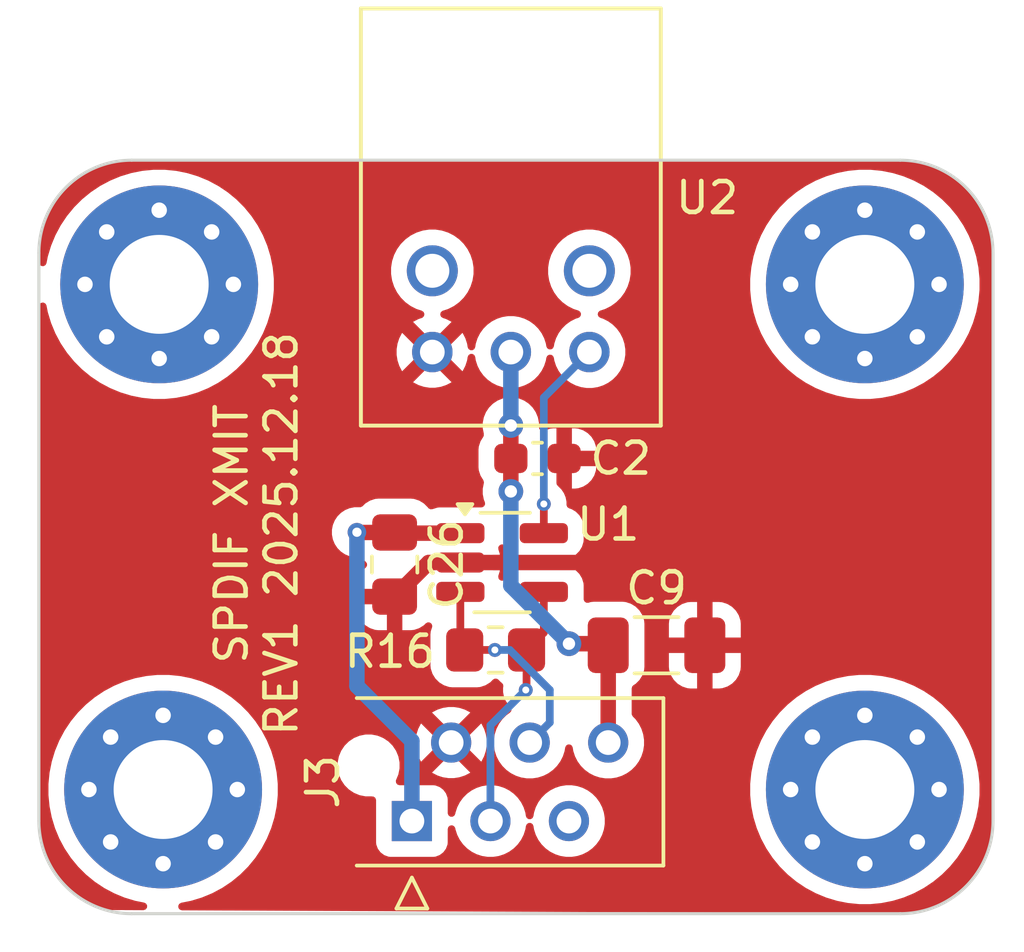
<source format=kicad_pcb>
(kicad_pcb (version 20241229) (generator "pcbnew") (generator_version "9.0")
  (layers (0 "F.Cu" signal) (2 "B.Cu" signal) (13 "F.Paste" user) (15 "B.Paste" user) (5 "F.SilkS" user "F.Silkscreen") (7 "B.SilkS" user "B.Silkscreen") (1 "F.Mask" user) (3 "B.Mask" user) (25 "Edge.Cuts" user))
  (net 0 "")
  (net 1 "GND")
  (net 2 "+5V")
  (net 3 "+3V3")
  (net 4 "/SPDIF+")
  (net 5 "/SPDIF-")
  (net 7 "Net-(U1-ROUT)")
  (footprint "Package_TO_SOT_SMD:SOT-23-5_HandSoldering" (layer "F.Cu") (at 154.0472 127.066)
    (property "Reference" "U1" (at 3.4328 -1.2344 0) (layer "F.SilkS"))
    (property "Value" "FIN1002")
    (fp_line (start -0.9 1.61) (end 0.9 1.61) (stroke (width 0.12)) (layer "F.SilkS"))
    (fp_line (start 0.1 -1.61) (end -0.7 -1.61) (stroke (width 0.12)) (layer "F.SilkS"))
    (fp_line (start 0.1 -1.61) (end 0.9 -1.61) (stroke (width 0.12)) (layer "F.SilkS"))
    (fp_poly (pts (xy -1.2 -1.56) (xy -1.44 -1.89) (xy -0.96 -1.89) (xy -1.2 -1.56)) (stroke (width 0.12)) (fill yes) (layer "F.SilkS"))
    (pad "1" smd roundrect (at -1.35 -0.95) (size 1.56 0.65) (layers "F.Cu" "F.Mask" "F.Paste") (net 3 "+3V3"))
    (pad "2" smd roundrect (at -1.35 0) (size 1.56 0.65) (layers "F.Cu" "F.Mask" "F.Paste") (net 1 "GND"))
    (pad "3" smd roundrect (at -1.35 0.95) (size 1.56 0.65) (layers "F.Cu" "F.Mask" "F.Paste") (net 4 "/SPDIF+"))
    (pad "4" smd roundrect (at 1.35 0.95) (size 1.56 0.65) (layers "F.Cu" "F.Mask" "F.Paste") (net 5 "/SPDIF-"))
    (pad "5" smd roundrect (at 1.35 -0.95) (size 1.56 0.65) (layers "F.Cu" "F.Mask" "F.Paste") (net 7 "Net-(U1-ROUT)"))
  )
  (footprint "Connector_TE-Connectivity:TE_Micro-MaTch_215079-6_2x03_P1.27mm_Vertical" (layer "F.Cu") (at 151.13 135.4328 90)
    (property "Reference" "J3" (at 1.27 -2.88 90) (layer "F.SilkS"))
    (property "Value" "TE MicroMatch")
    (fp_line (start -1.44 -1.785) (end -1.44 8.135) (stroke (width 0.12)) (layer "F.SilkS"))
    (fp_line (start -2.83 -0.5) (end -1.83 0) (stroke (width 0.12)) (layer "F.SilkS"))
    (fp_line (start -1.83 0) (end -2.83 0.5) (stroke (width 0.12)) (layer "F.SilkS"))
    (fp_line (start -2.83 0.5) (end -2.83 -0.5) (stroke (width 0.12)) (layer "F.SilkS"))
    (fp_line (start 3.98 8.135) (end 3.98 -1.785) (stroke (width 0.12)) (layer "F.SilkS"))
    (fp_line (start -1.44 8.135) (end 3.98 8.135) (stroke (width 0.12)) (layer "F.SilkS"))
    (pad "" np_thru_hole circle (at 1.8 -1.4 90) (size 1.5 1.5) (drill 1.5) (layers "*.Cu" "*.Mask"))
    (pad "1" thru_hole rect (at 0 0 90) (size 1.3 1.3) (drill 0.8) (layers "*.Cu" "*.Mask") (net 3 "+3V3"))
    (pad "2" thru_hole circle (at 2.54 1.27 90) (size 1.3 1.3) (drill 0.8) (layers "*.Cu" "*.Mask") (net 1 "GND"))
    (pad "3" thru_hole circle (at 0 2.54 90) (size 1.3 1.3) (drill 0.8) (layers "*.Cu" "*.Mask") (net 5 "/SPDIF-"))
    (pad "4" thru_hole circle (at 2.54 3.81 90) (size 1.3 1.3) (drill 0.8) (layers "*.Cu" "*.Mask") (net 4 "/SPDIF+"))
    (pad "5" thru_hole circle (at 0 5.08 90) (size 1.3 1.3) (drill 0.8) (layers "*.Cu" "*.Mask"))
    (pad "6" thru_hole circle (at 2.54 6.35 90) (size 1.3 1.3) (drill 0.8) (layers "*.Cu" "*.Mask") (net 2 "+5V"))
  )
  (footprint "kicad-snk:PLR135-T10_PLT133-T10W" (layer "F.Cu") (at 154.3304 117.6248)
    (property "Reference" "U2" (at 6.35 -2.3596 0) (layer "F.SilkS"))
    (property "Value" "PLT237/T10WH")
    (fp_line (start -4.85 -8.49) (end -4.85 5.01) (stroke (width 0.127)) (layer "F.SilkS"))
    (fp_line (start 4.85 -8.49) (end -4.85 -8.49) (stroke (width 0.127)) (layer "F.SilkS"))
    (fp_line (start 4.85 -8.49) (end 4.85 5.01) (stroke (width 0.127)) (layer "F.SilkS"))
    (fp_line (start 4.85 5.01) (end -4.85 5.01) (stroke (width 0.127)) (layer "F.SilkS"))
    (pad "1" thru_hole circle (at 2.54 2.63) (size 1.308 1.308) (drill 0.8) (layers "*.Cu" "*.Mask") (net 7 "Net-(U1-ROUT)"))
    (pad "2" thru_hole circle (at 0 2.63) (size 1.308 1.308) (drill 0.8) (layers "*.Cu" "*.Mask") (net 2 "+5V"))
    (pad "3" thru_hole circle (at -2.54 2.63) (size 1.308 1.308) (drill 0.8) (layers "*.Cu" "*.Mask") (net 1 "GND"))
    (pad "NC1" thru_hole circle (at 2.54 0) (size 1.65 1.65) (drill 1.1) (layers "*.Cu" "*.Mask"))
    (pad "NC2" thru_hole circle (at -2.54 0) (size 1.65 1.65) (drill 1.1) (layers "*.Cu" "*.Mask"))
  )
  (footprint "Capacitor_SMD:C_0603_1608Metric_Pad1.08x0.95mm_HandSolder" (layer "F.Cu") (at 155.1929 123.698)
    (property "Reference" "C2" (at 2.6935 0 0) (layer "F.SilkS"))
    (property "Value" "1uF/25V")
    (fp_line (start -0.146267 -0.51) (end 0.146267 -0.51) (stroke (width 0.12)) (layer "F.SilkS"))
    (fp_line (start -0.146267 0.51) (end 0.146267 0.51) (stroke (width 0.12)) (layer "F.SilkS"))
    (pad "1" smd roundrect (at -0.8625 0) (size 1.075 0.95) (layers "F.Cu" "F.Mask" "F.Paste") (net 2 "+5V"))
    (pad "2" smd roundrect (at 0.8625 0) (size 1.075 0.95) (layers "F.Cu" "F.Mask" "F.Paste") (net 1 "GND"))
  )
  (footprint "MountingHole:MountingHole_3.2mm_M3_Pad_Via" (layer "F.Cu") (at 143.082944 134.412056)
    (property "Reference" "H3" (hide yes))
    (property "Value" "MountingHole")
    (pad "1" thru_hole circle (at -2.4 0) (size 0.8 0.8) (drill 0.5) (layers "*.Cu" "*.Mask"))
    (pad "1" thru_hole circle (at -1.697056 -1.697056) (size 0.8 0.8) (drill 0.5) (layers "*.Cu" "*.Mask"))
    (pad "1" thru_hole circle (at -1.697056 1.697056) (size 0.8 0.8) (drill 0.5) (layers "*.Cu" "*.Mask"))
    (pad "1" thru_hole circle (at 0 -2.4) (size 0.8 0.8) (drill 0.5) (layers "*.Cu" "*.Mask"))
    (pad "1" thru_hole circle (at 0 0) (size 6.4 6.4) (drill 3.2) (layers "*.Cu" "*.Mask"))
    (pad "1" thru_hole circle (at 0 2.4) (size 0.8 0.8) (drill 0.5) (layers "*.Cu" "*.Mask"))
    (pad "1" thru_hole circle (at 1.697056 -1.697056) (size 0.8 0.8) (drill 0.5) (layers "*.Cu" "*.Mask"))
    (pad "1" thru_hole circle (at 1.697056 1.697056) (size 0.8 0.8) (drill 0.5) (layers "*.Cu" "*.Mask"))
    (pad "1" thru_hole circle (at 2.4 0) (size 0.8 0.8) (drill 0.5) (layers "*.Cu" "*.Mask"))
  )
  (footprint "Resistor_SMD:R_0805_2012Metric_Pad1.20x1.40mm_HandSolder" (layer "F.Cu") (at 153.8384 129.8956 180)
    (property "Reference" "R16" (at 3.4196 -0.0508 0) (layer "F.SilkS"))
    (property "Value" "100R")
    (fp_line (start -0.227064 0.735) (end 0.227064 0.735) (stroke (width 0.12)) (layer "F.SilkS"))
    (fp_line (start -0.227064 -0.735) (end 0.227064 -0.735) (stroke (width 0.12)) (layer "F.SilkS"))
    (pad "1" smd roundrect (at -1 0 180) (size 1.2 1.4) (layers "F.Cu" "F.Mask" "F.Paste") (roundrect_rratio 0.208333) (net 5 "/SPDIF-"))
    (pad "2" smd roundrect (at 1 0 180) (size 1.2 1.4) (layers "F.Cu" "F.Mask" "F.Paste") (roundrect_rratio 0.208333) (net 4 "/SPDIF+"))
  )
  (footprint "MountingHole:MountingHole_3.2mm_M3_Pad_Via" (layer "F.Cu") (at 165.781056 118.063944)
    (property "Reference" "H2" (hide yes))
    (property "Value" "MountingHole")
    (pad "1" thru_hole circle (at -2.4 0) (size 0.8 0.8) (drill 0.5) (layers "*.Cu" "*.Mask"))
    (pad "1" thru_hole circle (at -1.697056 -1.697056) (size 0.8 0.8) (drill 0.5) (layers "*.Cu" "*.Mask"))
    (pad "1" thru_hole circle (at -1.697056 1.697056) (size 0.8 0.8) (drill 0.5) (layers "*.Cu" "*.Mask"))
    (pad "1" thru_hole circle (at 0 -2.4) (size 0.8 0.8) (drill 0.5) (layers "*.Cu" "*.Mask"))
    (pad "1" thru_hole circle (at 0 0) (size 6.4 6.4) (drill 3.2) (layers "*.Cu" "*.Mask"))
    (pad "1" thru_hole circle (at 0 2.4) (size 0.8 0.8) (drill 0.5) (layers "*.Cu" "*.Mask"))
    (pad "1" thru_hole circle (at 1.697056 -1.697056) (size 0.8 0.8) (drill 0.5) (layers "*.Cu" "*.Mask"))
    (pad "1" thru_hole circle (at 1.697056 1.697056) (size 0.8 0.8) (drill 0.5) (layers "*.Cu" "*.Mask"))
    (pad "1" thru_hole circle (at 2.4 0) (size 0.8 0.8) (drill 0.5) (layers "*.Cu" "*.Mask"))
  )
  (footprint "MountingHole:MountingHole_3.2mm_M3_Pad_Via" (layer "F.Cu") (at 142.955944 118.063944)
    (property "Reference" "H1" (hide yes))
    (property "Value" "MountingHole")
    (pad "1" thru_hole circle (at -2.4 0) (size 0.8 0.8) (drill 0.5) (layers "*.Cu" "*.Mask"))
    (pad "1" thru_hole circle (at -1.697056 -1.697056) (size 0.8 0.8) (drill 0.5) (layers "*.Cu" "*.Mask"))
    (pad "1" thru_hole circle (at -1.697056 1.697056) (size 0.8 0.8) (drill 0.5) (layers "*.Cu" "*.Mask"))
    (pad "1" thru_hole circle (at 0 -2.4) (size 0.8 0.8) (drill 0.5) (layers "*.Cu" "*.Mask"))
    (pad "1" thru_hole circle (at 0 0) (size 6.4 6.4) (drill 3.2) (layers "*.Cu" "*.Mask"))
    (pad "1" thru_hole circle (at 0 2.4) (size 0.8 0.8) (drill 0.5) (layers "*.Cu" "*.Mask"))
    (pad "1" thru_hole circle (at 1.697056 -1.697056) (size 0.8 0.8) (drill 0.5) (layers "*.Cu" "*.Mask"))
    (pad "1" thru_hole circle (at 1.697056 1.697056) (size 0.8 0.8) (drill 0.5) (layers "*.Cu" "*.Mask"))
    (pad "1" thru_hole circle (at 2.4 0) (size 0.8 0.8) (drill 0.5) (layers "*.Cu" "*.Mask"))
  )
  (footprint "MountingHole:MountingHole_3.2mm_M3_Pad_Via" (layer "F.Cu") (at 165.781056 134.412056)
    (property "Reference" "H4" (hide yes))
    (property "Value" "MountingHole")
    (pad "1" thru_hole circle (at -2.4 0) (size 0.8 0.8) (drill 0.5) (layers "*.Cu" "*.Mask"))
    (pad "1" thru_hole circle (at -1.697056 -1.697056) (size 0.8 0.8) (drill 0.5) (layers "*.Cu" "*.Mask"))
    (pad "1" thru_hole circle (at -1.697056 1.697056) (size 0.8 0.8) (drill 0.5) (layers "*.Cu" "*.Mask"))
    (pad "1" thru_hole circle (at 0 -2.4) (size 0.8 0.8) (drill 0.5) (layers "*.Cu" "*.Mask"))
    (pad "1" thru_hole circle (at 0 0) (size 6.4 6.4) (drill 3.2) (layers "*.Cu" "*.Mask"))
    (pad "1" thru_hole circle (at 0 2.4) (size 0.8 0.8) (drill 0.5) (layers "*.Cu" "*.Mask"))
    (pad "1" thru_hole circle (at 1.697056 -1.697056) (size 0.8 0.8) (drill 0.5) (layers "*.Cu" "*.Mask"))
    (pad "1" thru_hole circle (at 1.697056 1.697056) (size 0.8 0.8) (drill 0.5) (layers "*.Cu" "*.Mask"))
    (pad "1" thru_hole circle (at 2.4 0) (size 0.8 0.8) (drill 0.5) (layers "*.Cu" "*.Mask"))
  )
  (footprint "Capacitor_SMD:C_1206_3216Metric_Pad1.33x1.80mm_HandSolder" (layer "F.Cu") (at 159.0425 129.7432)
    (property "Reference" "C9" (at 0 -1.85 0) (layer "F.SilkS"))
    (property "Value" "47uF/6.3V")
    (fp_line (start -0.711252 -0.91) (end 0.711252 -0.91) (stroke (width 0.12)) (layer "F.SilkS"))
    (fp_line (start -0.711252 0.91) (end 0.711252 0.91) (stroke (width 0.12)) (layer "F.SilkS"))
    (pad "1" smd roundrect (at -1.5625 0) (size 1.325 1.8) (layers "F.Cu" "F.Mask" "F.Paste") (roundrect_rratio 0.188679) (net 2 "+5V"))
    (pad "2" smd roundrect (at 1.5625 0) (size 1.325 1.8) (layers "F.Cu" "F.Mask" "F.Paste") (roundrect_rratio 0.188679) (net 1 "GND"))
  )
  (footprint "Capacitor_SMD:C_0805_2012Metric_Pad1.18x1.45mm_HandSolder" (layer "F.Cu") (at 150.5712 127.1309 -90)
    (property "Reference" "C26" (at 0 -1.68 90) (layer "F.SilkS"))
    (property "Value" "1uF")
    (fp_line (start -0.261252 0.735) (end 0.261252 0.735) (stroke (width 0.12)) (layer "F.SilkS"))
    (fp_line (start -0.261252 -0.735) (end 0.261252 -0.735) (stroke (width 0.12)) (layer "F.SilkS"))
    (pad "1" smd roundrect (at -1.0375 0 270) (size 1.175 1.45) (layers "F.Cu" "F.Mask" "F.Paste") (roundrect_rratio 0.212766) (net 3 "+3V3"))
    (pad "2" smd roundrect (at 1.0375 0 270) (size 1.175 1.45) (layers "F.Cu" "F.Mask" "F.Paste") (roundrect_rratio 0.212766) (net 1 "GND"))
  )
  (gr_line (start 142.065 114.046) (end 166.926 114.046) (stroke (width 0.1)) (layer "Edge.Cuts"))
  (gr_arc (start 169.926 135.43) (mid 169.04732 137.55132) (end 166.926 138.43) (stroke (width 0.1)) (layer "Edge.Cuts"))
  (gr_line (start 169.926 117.046) (end 169.926 135.43) (stroke (width 0.1)) (layer "Edge.Cuts"))
  (gr_arc (start 166.926 114.046) (mid 169.04732 114.92468) (end 169.926 117.046) (stroke (width 0.1)) (layer "Edge.Cuts"))
  (gr_arc (start 142.065 138.43) (mid 139.94368 137.55132) (end 139.065 135.43) (stroke (width 0.1)) (layer "Edge.Cuts"))
  (gr_arc (start 139.065 117.046) (mid 139.94368 114.92468) (end 142.065 114.046) (stroke (width 0.1)) (layer "Edge.Cuts"))
  (gr_line (start 166.926 138.43) (end 142.065 138.43) (stroke (width 0.1)) (layer "Edge.Cuts"))
  (gr_line (start 139.065 135.43) (end 139.065 117.046) (stroke (width 0.1)) (layer "Edge.Cuts"))
  (gr_text "SPDIF XMIT\nREV1 2025.12.18" (at 146.1008 126.1364 90) (layer "F.SilkS") (effects (font (size 1 1))))
  (segment (start 152.6972 127.066) (end 151.6736 127.066) (width 0.5) (layer "F.Cu") (net 1))
  (segment (start 151.6736 127.066) (end 150.5712 128.1684) (width 0.5) (layer "F.Cu") (net 1))
  (segment (start 157.6984 127.066) (end 157.734 127.1016) (width 0.5) (layer "F.Cu") (net 1))
  (segment (start 152.6972 127.066) (end 157.6984 127.066) (width 0.5) (layer "F.Cu") (net 1))
  (segment (start 154.3304 123.698) (end 154.3304 124.7648) (width 0.5) (layer "F.Cu") (net 2))
  (segment (start 154.3304 123.698) (end 154.3304 122.6312) (width 0.5) (layer "F.Cu") (net 2))
  (segment (start 156.21 129.6924) (end 157.4292 129.6924) (width 0.5) (layer "F.Cu") (net 2))
  (segment (start 157.48 132.8928) (end 157.48 129.7432) (width 0.5) (layer "F.Cu") (net 2))
  (segment (start 157.4292 129.6924) (end 157.48 129.7432) (width 0.5) (layer "F.Cu") (net 2))
  (via (at 154.3304 124.7648) (size 0.8) (drill 0.4) (layers "F.Cu" "B.Cu") (net 2))
  (via (at 156.21 129.6924) (size 0.8) (drill 0.4) (layers "F.Cu" "B.Cu") (net 2))
  (via (at 154.3304 122.6312) (size 0.8) (drill 0.4) (layers "F.Cu" "B.Cu") (net 2))
  (segment (start 154.3304 124.7648) (end 154.3304 127.8128) (width 0.5) (layer "B.Cu") (net 2))
  (segment (start 154.3304 127.8128) (end 156.21 129.6924) (width 0.5) (layer "B.Cu") (net 2))
  (segment (start 154.3304 122.6312) (end 154.3304 120.2548) (width 0.5) (layer "B.Cu") (net 2))
  (segment (start 150.5712 126.0934) (end 149.3598 126.0934) (width 0.5) (layer "F.Cu") (net 3))
  (segment (start 150.5938 126.116) (end 150.5712 126.0934) (width 0.5) (layer "F.Cu") (net 3))
  (segment (start 149.3598 126.0934) (end 149.352 126.0856) (width 0.5) (layer "F.Cu") (net 3))
  (segment (start 152.6972 126.116) (end 150.5938 126.116) (width 0.5) (layer "F.Cu") (net 3))
  (via (at 149.352 126.0856) (size 0.6) (drill 0.3) (layers "F.Cu" "B.Cu") (net 3))
  (segment (start 151.13 132.842) (end 151.13 135.4328) (width 0.5) (layer "B.Cu") (net 3))
  (segment (start 149.352 126.0856) (end 149.352 131.064) (width 0.5) (layer "B.Cu") (net 3))
  (segment (start 149.352 131.064) (end 151.13 132.842) (width 0.5) (layer "B.Cu") (net 3))
  (segment (start 152.6972 129.7544) (end 152.8384 129.8956) (width 0.25) (layer "F.Cu") (net 4))
  (segment (start 152.8384 129.8956) (end 153.8134 129.8956) (width 0.25) (layer "F.Cu") (net 4))
  (segment (start 152.6972 128.016) (end 152.6972 129.7544) (width 0.25) (layer "F.Cu") (net 4))
  (via (at 153.8134 129.8956) (size 0.45) (drill 0.225) (layers "F.Cu" "B.Cu") (net 4))
  (segment (start 155.589999 132.242801) (end 154.94 132.8928) (width 0.25) (layer "B.Cu") (net 4))
  (segment (start 154.296832 129.8956) (end 155.589999 131.188767) (width 0.25) (layer "B.Cu") (net 4))
  (segment (start 153.8134 129.8956) (end 154.296832 129.8956) (width 0.25) (layer "B.Cu") (net 4))
  (segment (start 155.589999 131.188767) (end 155.589999 132.242801) (width 0.25) (layer "B.Cu") (net 4))
  (segment (start 154.8384 131.1656) (end 154.813 131.191) (width 0.25) (layer "F.Cu") (net 5))
  (segment (start 155.3972 128.016) (end 155.3972 129.3368) (width 0.25) (layer "F.Cu") (net 5))
  (segment (start 154.8384 129.8956) (end 154.8384 131.1656) (width 0.25) (layer "F.Cu") (net 5))
  (segment (start 155.3972 129.3368) (end 154.8384 129.8956) (width 0.25) (layer "F.Cu") (net 5))
  (via (at 154.813 131.191) (size 0.45) (drill 0.225) (layers "F.Cu" "B.Cu") (net 5))
  (segment (start 153.67 132.334) (end 154.813 131.191) (width 0.25) (layer "B.Cu") (net 5))
  (segment (start 153.67 135.4328) (end 153.67 132.334) (width 0.25) (layer "B.Cu") (net 5))
  (segment (start 155.3972 126.116) (end 155.3972 125.1712) (width 0.25) (layer "F.Cu") (net 7))
  (via (at 155.3972 125.1712) (size 0.45) (drill 0.225) (layers "F.Cu" "B.Cu") (net 7))
  (segment (start 155.3972 121.728) (end 156.8704 120.2548) (width 0.25) (layer "B.Cu") (net 7))
  (segment (start 155.3972 125.1712) (end 155.3972 121.728) (width 0.25) (layer "B.Cu") (net 7))
  (zone (net 1) (net_name "GND") (layer "F.Cu") (connect_pads (clearance 0.508)) (min_thickness 0.25) (fill yes (thermal_gap 0.5) (thermal_bridge_width 0.5))
    (polygon (pts (xy 139.065 114.046) (xy 169.926 114.046) (xy 169.926 138.43) (xy 139.065 138.303)))
  )
)
</source>
